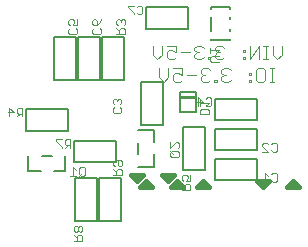
<source format=gbr>
G04 EAGLE Gerber RS-274X export*
G75*
%MOMM*%
%FSLAX34Y34*%
%LPD*%
%INSilkscreen Bottom*%
%IPPOS*%
%AMOC8*
5,1,8,0,0,1.08239X$1,22.5*%
G01*
%ADD10C,0.406400*%
%ADD11C,0.101600*%
%ADD12C,0.127000*%
%ADD13C,0.076200*%
%ADD14C,0.152400*%


D10*
X114300Y35560D02*
X109220Y40640D01*
X104140Y35560D01*
X114300Y35560D01*
X101600Y40640D02*
X96520Y45720D01*
X101600Y40640D02*
X106680Y45720D01*
X96520Y45720D01*
X152400Y35560D02*
X157480Y40640D01*
X162560Y35560D01*
X160020Y35560D01*
X152400Y35560D01*
X157480Y38100D02*
X160020Y35560D01*
X208280Y35560D02*
X213360Y40640D01*
X208280Y35560D02*
X203200Y40640D01*
X205740Y40640D01*
X213360Y40640D01*
X208280Y38100D02*
X205740Y40640D01*
X228600Y35560D02*
X233680Y40640D01*
X238760Y35560D01*
X236220Y35560D01*
X228600Y35560D01*
X233680Y38100D02*
X236220Y35560D01*
X140970Y35560D02*
X135890Y40640D01*
X130810Y35560D01*
X140970Y35560D01*
X128270Y40640D02*
X123190Y45720D01*
X128270Y40640D02*
X133350Y45720D01*
X123190Y45720D01*
D11*
X224282Y147916D02*
X224282Y155712D01*
X224282Y147916D02*
X220384Y144018D01*
X216486Y147916D01*
X216486Y155712D01*
X212588Y144018D02*
X208690Y144018D01*
X210639Y144018D02*
X210639Y155712D01*
X212588Y155712D02*
X208690Y155712D01*
X204792Y155712D02*
X204792Y144018D01*
X196996Y144018D02*
X204792Y155712D01*
X196996Y155712D02*
X196996Y144018D01*
X193098Y151814D02*
X191149Y151814D01*
X191149Y149865D01*
X193098Y149865D01*
X193098Y151814D01*
X193098Y145967D02*
X191149Y145967D01*
X191149Y144018D01*
X193098Y144018D01*
X193098Y145967D01*
X175557Y153763D02*
X173608Y155712D01*
X169710Y155712D01*
X167761Y153763D01*
X167761Y151814D01*
X169710Y149865D01*
X171659Y149865D01*
X169710Y149865D02*
X167761Y147916D01*
X167761Y145967D01*
X169710Y144018D01*
X173608Y144018D01*
X175557Y145967D01*
X163863Y145967D02*
X163863Y144018D01*
X163863Y145967D02*
X161914Y145967D01*
X161914Y144018D01*
X163863Y144018D01*
X158016Y153763D02*
X156067Y155712D01*
X152169Y155712D01*
X150220Y153763D01*
X150220Y151814D01*
X152169Y149865D01*
X154118Y149865D01*
X152169Y149865D02*
X150220Y147916D01*
X150220Y145967D01*
X152169Y144018D01*
X156067Y144018D01*
X158016Y145967D01*
X146322Y149865D02*
X138526Y149865D01*
X134628Y155712D02*
X126832Y155712D01*
X134628Y155712D02*
X134628Y149865D01*
X130730Y151814D01*
X128781Y151814D01*
X126832Y149865D01*
X126832Y145967D01*
X128781Y144018D01*
X132679Y144018D01*
X134628Y145967D01*
X122934Y147916D02*
X122934Y155712D01*
X122934Y147916D02*
X119036Y144018D01*
X115138Y147916D01*
X115138Y155712D01*
X214034Y124968D02*
X217932Y124968D01*
X215983Y124968D02*
X215983Y136662D01*
X217932Y136662D02*
X214034Y136662D01*
X208187Y136662D02*
X204289Y136662D01*
X208187Y136662D02*
X210136Y134713D01*
X210136Y126917D01*
X208187Y124968D01*
X204289Y124968D01*
X202340Y126917D01*
X202340Y134713D01*
X204289Y136662D01*
X198442Y132764D02*
X196493Y132764D01*
X196493Y130815D01*
X198442Y130815D01*
X198442Y132764D01*
X198442Y126917D02*
X196493Y126917D01*
X196493Y124968D01*
X198442Y124968D01*
X198442Y126917D01*
X180901Y134713D02*
X178952Y136662D01*
X175054Y136662D01*
X173105Y134713D01*
X173105Y132764D01*
X175054Y130815D01*
X177003Y130815D01*
X175054Y130815D02*
X173105Y128866D01*
X173105Y126917D01*
X175054Y124968D01*
X178952Y124968D01*
X180901Y126917D01*
X169207Y126917D02*
X169207Y124968D01*
X169207Y126917D02*
X167258Y126917D01*
X167258Y124968D01*
X169207Y124968D01*
X163360Y134713D02*
X161411Y136662D01*
X157513Y136662D01*
X155564Y134713D01*
X155564Y132764D01*
X157513Y130815D01*
X159462Y130815D01*
X157513Y130815D02*
X155564Y128866D01*
X155564Y126917D01*
X157513Y124968D01*
X161411Y124968D01*
X163360Y126917D01*
X151666Y130815D02*
X143870Y130815D01*
X139972Y136662D02*
X132176Y136662D01*
X139972Y136662D02*
X139972Y130815D01*
X136074Y132764D01*
X134125Y132764D01*
X132176Y130815D01*
X132176Y126917D01*
X134125Y124968D01*
X138023Y124968D01*
X139972Y126917D01*
X128278Y128866D02*
X128278Y136662D01*
X128278Y128866D02*
X124380Y124968D01*
X120482Y128866D01*
X120482Y136662D01*
D12*
X203420Y59800D02*
X203420Y41800D01*
X203420Y59800D02*
X167420Y59800D01*
X167420Y41800D01*
X203420Y41800D01*
D13*
X215412Y46657D02*
X216641Y47885D01*
X219099Y47885D01*
X220327Y46657D01*
X220327Y41742D01*
X219099Y40513D01*
X216641Y40513D01*
X215412Y41742D01*
X212843Y45428D02*
X210386Y47885D01*
X210386Y40513D01*
X212843Y40513D02*
X207928Y40513D01*
D12*
X203420Y67200D02*
X203420Y85200D01*
X167420Y85200D01*
X167420Y67200D01*
X203420Y67200D01*
D13*
X215412Y72057D02*
X216641Y73285D01*
X219099Y73285D01*
X220327Y72057D01*
X220327Y67142D01*
X219099Y65913D01*
X216641Y65913D01*
X215412Y67142D01*
X212843Y65913D02*
X207928Y65913D01*
X212843Y65913D02*
X207928Y70828D01*
X207928Y72057D01*
X209157Y73285D01*
X211614Y73285D01*
X212843Y72057D01*
D12*
X123300Y88680D02*
X105300Y88680D01*
X123300Y88680D02*
X123300Y124680D01*
X105300Y124680D01*
X105300Y88680D01*
D13*
X88525Y102129D02*
X87297Y103358D01*
X88525Y102129D02*
X88525Y99671D01*
X87297Y98443D01*
X82382Y98443D01*
X81153Y99671D01*
X81153Y102129D01*
X82382Y103358D01*
X87297Y105927D02*
X88525Y107156D01*
X88525Y109613D01*
X87297Y110842D01*
X86068Y110842D01*
X84839Y109613D01*
X84839Y108384D01*
X84839Y109613D02*
X83610Y110842D01*
X82382Y110842D01*
X81153Y109613D01*
X81153Y107156D01*
X82382Y105927D01*
D12*
X167420Y110600D02*
X167420Y92600D01*
X203420Y92600D01*
X203420Y110600D01*
X167420Y110600D01*
D13*
X161033Y111893D02*
X159804Y110665D01*
X161033Y111893D02*
X163490Y111893D01*
X164719Y110665D01*
X164719Y105750D01*
X163490Y104521D01*
X161033Y104521D01*
X159804Y105750D01*
X153549Y104521D02*
X153549Y111893D01*
X157235Y108207D01*
X152320Y108207D01*
D12*
X49640Y162780D02*
X31640Y162780D01*
X31640Y126780D01*
X49640Y126780D01*
X49640Y162780D01*
D13*
X50933Y169167D02*
X49705Y170396D01*
X50933Y169167D02*
X50933Y166710D01*
X49705Y165481D01*
X44790Y165481D01*
X43561Y166710D01*
X43561Y169167D01*
X44790Y170396D01*
X50933Y172965D02*
X50933Y177880D01*
X50933Y172965D02*
X47247Y172965D01*
X48476Y175423D01*
X48476Y176651D01*
X47247Y177880D01*
X44790Y177880D01*
X43561Y176651D01*
X43561Y174194D01*
X44790Y172965D01*
D12*
X51960Y162780D02*
X69960Y162780D01*
X51960Y162780D02*
X51960Y126780D01*
X69960Y126780D01*
X69960Y162780D01*
D13*
X71253Y169167D02*
X70025Y170396D01*
X71253Y169167D02*
X71253Y166710D01*
X70025Y165481D01*
X65110Y165481D01*
X63881Y166710D01*
X63881Y169167D01*
X65110Y170396D01*
X70025Y175423D02*
X71253Y177880D01*
X70025Y175423D02*
X67567Y172965D01*
X65110Y172965D01*
X63881Y174194D01*
X63881Y176651D01*
X65110Y177880D01*
X66338Y177880D01*
X67567Y176651D01*
X67567Y172965D01*
D12*
X72280Y162780D02*
X90280Y162780D01*
X72280Y162780D02*
X72280Y126780D01*
X90280Y126780D01*
X90280Y162780D01*
D13*
X91573Y165481D02*
X84201Y165481D01*
X91573Y165481D02*
X91573Y169167D01*
X90345Y170396D01*
X87887Y170396D01*
X86658Y169167D01*
X86658Y165481D01*
X86658Y167938D02*
X84201Y170396D01*
X90345Y172965D02*
X91573Y174194D01*
X91573Y176651D01*
X90345Y177880D01*
X89116Y177880D01*
X87887Y176651D01*
X87887Y175423D01*
X87887Y176651D02*
X86658Y177880D01*
X85430Y177880D01*
X84201Y176651D01*
X84201Y174194D01*
X85430Y172965D01*
D12*
X164720Y186990D02*
X164720Y187990D01*
X180720Y187990D01*
X180720Y186990D01*
X164720Y160990D02*
X164720Y159990D01*
X180720Y159990D01*
X180720Y160990D01*
X164720Y167990D02*
X164720Y179990D01*
X180720Y179990D02*
X180720Y177990D01*
X180720Y169990D02*
X180720Y167990D01*
D13*
X171075Y141623D02*
X164932Y141623D01*
X163703Y142851D01*
X163703Y145309D01*
X164932Y146538D01*
X171075Y146538D01*
X168618Y149107D02*
X171075Y151564D01*
X163703Y151564D01*
X163703Y149107D02*
X163703Y154022D01*
D12*
X7400Y101710D02*
X7400Y83710D01*
X43400Y83710D01*
X43400Y101710D01*
X7400Y101710D01*
D13*
X4699Y103003D02*
X4699Y95631D01*
X4699Y103003D02*
X1013Y103003D01*
X-216Y101775D01*
X-216Y99317D01*
X1013Y98088D01*
X4699Y98088D01*
X2242Y98088D02*
X-216Y95631D01*
X-6471Y95631D02*
X-6471Y103003D01*
X-2785Y99317D01*
X-7700Y99317D01*
D12*
X48040Y75040D02*
X48040Y57040D01*
X84040Y57040D01*
X84040Y75040D01*
X48040Y75040D01*
D13*
X45339Y76333D02*
X45339Y68961D01*
X45339Y76333D02*
X41653Y76333D01*
X40424Y75105D01*
X40424Y72647D01*
X41653Y71418D01*
X45339Y71418D01*
X42882Y71418D02*
X40424Y68961D01*
X37855Y76333D02*
X32940Y76333D01*
X32940Y75105D01*
X37855Y70190D01*
X37855Y68961D01*
D12*
X49420Y7400D02*
X67420Y7400D01*
X67420Y43400D01*
X49420Y43400D01*
X49420Y7400D01*
D13*
X48133Y-9507D02*
X55505Y-9507D01*
X55505Y-5821D01*
X54277Y-4592D01*
X51819Y-4592D01*
X50590Y-5821D01*
X50590Y-9507D01*
X50590Y-7050D02*
X48133Y-4592D01*
X54277Y-2023D02*
X55505Y-794D01*
X55505Y1663D01*
X54277Y2892D01*
X53048Y2892D01*
X51819Y1663D01*
X50590Y2892D01*
X49362Y2892D01*
X48133Y1663D01*
X48133Y-794D01*
X49362Y-2023D01*
X50590Y-2023D01*
X51819Y-794D01*
X53048Y-2023D01*
X54277Y-2023D01*
X51819Y-794D02*
X51819Y1663D01*
D12*
X69740Y43400D02*
X87740Y43400D01*
X69740Y43400D02*
X69740Y7400D01*
X87740Y7400D01*
X87740Y43400D01*
D13*
X89033Y46101D02*
X81661Y46101D01*
X89033Y46101D02*
X89033Y49787D01*
X87805Y51016D01*
X85347Y51016D01*
X84118Y49787D01*
X84118Y46101D01*
X84118Y48558D02*
X81661Y51016D01*
X82890Y53585D02*
X81661Y54814D01*
X81661Y57271D01*
X82890Y58500D01*
X87805Y58500D01*
X89033Y57271D01*
X89033Y54814D01*
X87805Y53585D01*
X86576Y53585D01*
X85347Y54814D01*
X85347Y58500D01*
D12*
X109000Y170070D02*
X109000Y188070D01*
X109000Y170070D02*
X145000Y170070D01*
X145000Y188070D01*
X109000Y188070D01*
D13*
X102613Y189363D02*
X101384Y188135D01*
X102613Y189363D02*
X105070Y189363D01*
X106299Y188135D01*
X106299Y183220D01*
X105070Y181991D01*
X102613Y181991D01*
X101384Y183220D01*
X98815Y189363D02*
X93900Y189363D01*
X93900Y188135D01*
X98815Y183220D01*
X98815Y181991D01*
D12*
X140860Y50580D02*
X158860Y50580D01*
X158860Y86580D01*
X140860Y86580D01*
X140860Y50580D01*
D13*
X139573Y33673D02*
X146945Y33673D01*
X146945Y37359D01*
X145717Y38588D01*
X143259Y38588D01*
X142030Y37359D01*
X142030Y33673D01*
X142030Y36130D02*
X139573Y38588D01*
X146945Y41157D02*
X146945Y46072D01*
X146945Y41157D02*
X143259Y41157D01*
X144488Y43614D01*
X144488Y44843D01*
X143259Y46072D01*
X140802Y46072D01*
X139573Y44843D01*
X139573Y42386D01*
X140802Y41157D01*
D12*
X151280Y99450D02*
X151280Y116450D01*
X138280Y116450D01*
X138280Y99450D01*
X151280Y99450D01*
X150780Y111950D02*
X138780Y111950D01*
X138780Y110950D01*
X150780Y110950D01*
D13*
X155161Y97331D02*
X162533Y97331D01*
X155161Y97331D02*
X155161Y101017D01*
X156390Y102246D01*
X161305Y102246D01*
X162533Y101017D01*
X162533Y97331D01*
X160076Y104815D02*
X162533Y107273D01*
X155161Y107273D01*
X155161Y109730D02*
X155161Y104815D01*
D14*
X9676Y62404D02*
X9676Y49276D01*
X20264Y49276D01*
X41124Y49276D02*
X41124Y62404D01*
X41124Y49276D02*
X31036Y49276D01*
X29624Y62484D02*
X21036Y62484D01*
D13*
X57767Y51737D02*
X57767Y46822D01*
X57767Y51737D02*
X56539Y52965D01*
X54081Y52965D01*
X52852Y51737D01*
X52852Y46822D01*
X54081Y45593D01*
X56539Y45593D01*
X57767Y46822D01*
X55310Y48050D02*
X52852Y45593D01*
X50283Y50508D02*
X47826Y52965D01*
X47826Y45593D01*
X50283Y45593D02*
X45368Y45593D01*
D14*
X102696Y52856D02*
X115824Y52856D01*
X115824Y63444D01*
X115824Y84304D02*
X102696Y84304D01*
X115824Y84304D02*
X115824Y74216D01*
X102616Y72804D02*
X102616Y64216D01*
D13*
X131150Y61341D02*
X136065Y61341D01*
X137293Y62570D01*
X137293Y65027D01*
X136065Y66256D01*
X131150Y66256D01*
X129921Y65027D01*
X129921Y62570D01*
X131150Y61341D01*
X132378Y63798D02*
X129921Y66256D01*
X129921Y68825D02*
X129921Y73740D01*
X129921Y68825D02*
X134836Y73740D01*
X136065Y73740D01*
X137293Y72511D01*
X137293Y70054D01*
X136065Y68825D01*
M02*

</source>
